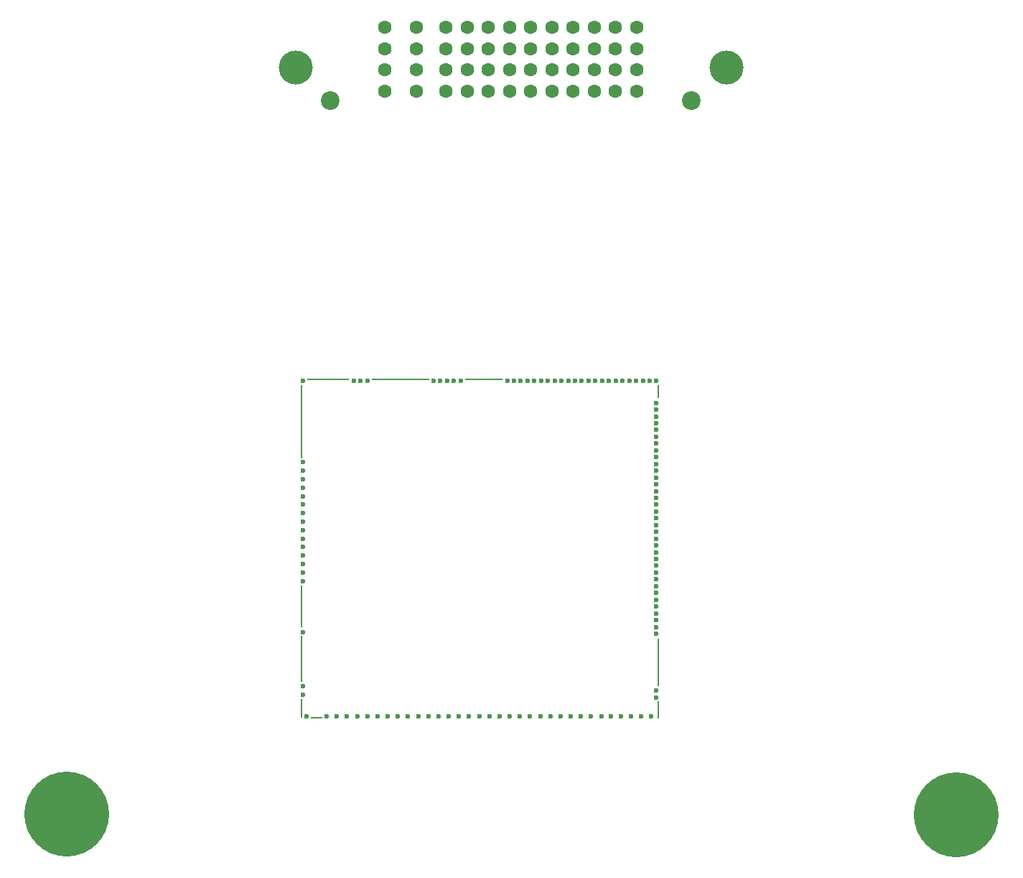
<source format=gtl>
G04 #@! TF.GenerationSoftware,KiCad,Pcbnew,8.0.9-8.0.9-0~ubuntu24.04.1*
G04 #@! TF.CreationDate,2026-01-28T02:09:29+00:00*
G04 #@! TF.ProjectId,greenecu48,67726565-6e65-4637-9534-382e6b696361,rev?*
G04 #@! TF.SameCoordinates,Original*
G04 #@! TF.FileFunction,Copper,L1,Top*
G04 #@! TF.FilePolarity,Positive*
%FSLAX46Y46*%
G04 Gerber Fmt 4.6, Leading zero omitted, Abs format (unit mm)*
G04 Created by KiCad (PCBNEW 8.0.9-8.0.9-0~ubuntu24.04.1) date 2026-01-28 02:09:29*
%MOMM*%
%LPD*%
G01*
G04 APERTURE LIST*
G04 #@! TA.AperFunction,ComponentPad*
%ADD10C,4.000000*%
G04 #@! TD*
G04 #@! TA.AperFunction,ComponentPad*
%ADD11C,2.200000*%
G04 #@! TD*
G04 #@! TA.AperFunction,ComponentPad*
%ADD12C,1.600000*%
G04 #@! TD*
G04 #@! TA.AperFunction,ComponentPad*
%ADD13C,0.600000*%
G04 #@! TD*
G04 #@! TA.AperFunction,SMDPad,CuDef*
%ADD14R,0.200000X2.300000*%
G04 #@! TD*
G04 #@! TA.AperFunction,SMDPad,CuDef*
%ADD15R,0.200000X5.400000*%
G04 #@! TD*
G04 #@! TA.AperFunction,SMDPad,CuDef*
%ADD16R,0.200000X8.600000*%
G04 #@! TD*
G04 #@! TA.AperFunction,SMDPad,CuDef*
%ADD17R,0.200000X5.000000*%
G04 #@! TD*
G04 #@! TA.AperFunction,SMDPad,CuDef*
%ADD18R,1.400000X0.200000*%
G04 #@! TD*
G04 #@! TA.AperFunction,SMDPad,CuDef*
%ADD19R,5.000000X0.200000*%
G04 #@! TD*
G04 #@! TA.AperFunction,SMDPad,CuDef*
%ADD20R,6.800000X0.200000*%
G04 #@! TD*
G04 #@! TA.AperFunction,SMDPad,CuDef*
%ADD21R,4.500000X0.200000*%
G04 #@! TD*
G04 #@! TA.AperFunction,SMDPad,CuDef*
%ADD22R,0.200000X1.600000*%
G04 #@! TD*
G04 #@! TA.AperFunction,SMDPad,CuDef*
%ADD23R,0.200000X5.700000*%
G04 #@! TD*
G04 #@! TA.AperFunction,SMDPad,CuDef*
%ADD24R,0.200000X2.000000*%
G04 #@! TD*
G04 #@! TA.AperFunction,ViaPad*
%ADD25C,10.000000*%
G04 #@! TD*
G04 APERTURE END LIST*
D10*
G04 #@! TO.P,U1,*
G04 #@! TO.N,*
X38587601Y98705401D03*
D11*
X42687601Y94855401D03*
X85287601Y94855401D03*
D10*
X89387601Y98705401D03*
D12*
G04 #@! TO.P,U1,1,1*
G04 #@! TO.N,/12V_MREL*
X49137601Y103455401D03*
G04 #@! TO.P,U1,2,2*
G04 #@! TO.N,/GND*
X49137601Y100955401D03*
G04 #@! TO.P,U1,3,3*
G04 #@! TO.N,/LS2*
X49137601Y98455401D03*
G04 #@! TO.P,U1,4,4*
G04 #@! TO.N,/E-THROTTLE+*
X49137601Y95955401D03*
G04 #@! TO.P,U1,5,5*
G04 #@! TO.N,/12V_KEY*
X52837601Y103455401D03*
G04 #@! TO.P,U1,6,6*
G04 #@! TO.N,/GND*
X52837601Y100955401D03*
G04 #@! TO.P,U1,7,7*
G04 #@! TO.N,/LS1*
X52837601Y98455401D03*
G04 #@! TO.P,U1,8,8*
G04 #@! TO.N,/E-THROTTLE-*
X52837601Y95955401D03*
G04 #@! TO.P,U1,9,9*
G04 #@! TO.N,/Ign1*
X56337601Y103455401D03*
G04 #@! TO.P,U1,10,10*
G04 #@! TO.N,/Ign2*
X56337601Y100955401D03*
G04 #@! TO.P,U1,11,11*
G04 #@! TO.N,/Ign3*
X56337601Y98455401D03*
G04 #@! TO.P,U1,12,12*
G04 #@! TO.N,/Ign4*
X56337601Y95955401D03*
G04 #@! TO.P,U1,13,13*
G04 #@! TO.N,/GP6*
X58837601Y103455401D03*
G04 #@! TO.P,U1,14,14*
G04 #@! TO.N,/GP5*
X58837601Y100955401D03*
G04 #@! TO.P,U1,15,15*
G04 #@! TO.N,/USB_D-*
X58837601Y98455401D03*
G04 #@! TO.P,U1,16,16*
G04 #@! TO.N,/USB_D+*
X58837601Y95955401D03*
G04 #@! TO.P,U1,17,17*
G04 #@! TO.N,/GND*
X61337601Y103455401D03*
G04 #@! TO.P,U1,18,18*
G04 #@! TO.N,/AT1*
X61337601Y100955401D03*
G04 #@! TO.P,U1,19,19*
G04 #@! TO.N,/AV4*
X61337601Y98455401D03*
G04 #@! TO.P,U1,20,20*
G04 #@! TO.N,/AV5*
X61337601Y95955401D03*
G04 #@! TO.P,U1,21,21*
G04 #@! TO.N,/GND*
X63837601Y103455401D03*
G04 #@! TO.P,U1,22,22*
G04 #@! TO.N,/AT4*
X63837601Y100955401D03*
G04 #@! TO.P,U1,23,23*
G04 #@! TO.N,/AT2*
X63837601Y98455401D03*
G04 #@! TO.P,U1,24,24*
G04 #@! TO.N,/AT3*
X63837601Y95955401D03*
G04 #@! TO.P,U1,25,25*
G04 #@! TO.N,/CAM_SENSOR*
X66337601Y103455401D03*
G04 #@! TO.P,U1,26,26*
G04 #@! TO.N,/AV2*
X66337601Y100955401D03*
G04 #@! TO.P,U1,27,27*
G04 #@! TO.N,/AV1*
X66337601Y98455401D03*
G04 #@! TO.P,U1,28,28*
G04 #@! TO.N,/AV10*
X66337601Y95955401D03*
G04 #@! TO.P,U1,29,29*
G04 #@! TO.N,/MAIN_RELAY*
X68837601Y103455401D03*
G04 #@! TO.P,U1,30,30*
G04 #@! TO.N,/AV7*
X68837601Y100955401D03*
G04 #@! TO.P,U1,31,31*
G04 #@! TO.N,/AV3*
X68837601Y98455401D03*
G04 #@! TO.P,U1,32,32*
G04 #@! TO.N,/AV6*
X68837601Y95955401D03*
G04 #@! TO.P,U1,33,33*
G04 #@! TO.N,/GP3*
X71337601Y103455401D03*
G04 #@! TO.P,U1,34,34*
G04 #@! TO.N,/GP2*
X71337601Y100955401D03*
G04 #@! TO.P,U1,35,35*
G04 #@! TO.N,/GP1*
X71337601Y98455401D03*
G04 #@! TO.P,U1,36,36*
G04 #@! TO.N,/AV8*
X71337601Y95955401D03*
G04 #@! TO.P,U1,37,37*
G04 #@! TO.N,/INJECTOR-1*
X73837601Y103455401D03*
G04 #@! TO.P,U1,38,38*
G04 #@! TO.N,/INJECTOR-2*
X73837601Y100955401D03*
G04 #@! TO.P,U1,39,39*
G04 #@! TO.N,/5V2*
X73837601Y98455401D03*
G04 #@! TO.P,U1,40,40*
G04 #@! TO.N,/AV9*
X73837601Y95955401D03*
G04 #@! TO.P,U1,41,41*
G04 #@! TO.N,/INJECTOR-3*
X76337601Y103455401D03*
G04 #@! TO.P,U1,42,42*
G04 #@! TO.N,/INJECTOR-4*
X76337601Y100955401D03*
G04 #@! TO.P,U1,43,43*
G04 #@! TO.N,/GP4*
X76337601Y98455401D03*
G04 #@! TO.P,U1,44,44*
G04 #@! TO.N,/5V1*
X76337601Y95955401D03*
G04 #@! TO.P,U1,45,45*
G04 #@! TO.N,/CRNK+*
X78837601Y103455401D03*
G04 #@! TO.P,U1,46,46*
G04 #@! TO.N,/CRNK-*
X78837601Y100955401D03*
G04 #@! TO.P,U1,47,47*
G04 #@! TO.N,/CANL*
X78837601Y98455401D03*
G04 #@! TO.P,U1,48,48*
G04 #@! TO.N,/CANH*
X78837601Y95955401D03*
G04 #@! TD*
D13*
G04 #@! TO.P,M1,E1,SPI2_SCK/CAN2_TX*
G04 #@! TO.N,unconnected-(M1-SPI2_SCK{slash}CAN2_TX-PadE1)*
X81160000Y59229993D03*
G04 #@! TO.P,M1,E2,SPI2_MISO*
G04 #@! TO.N,unconnected-(M1-SPI2_MISO-PadE2)*
X81160000Y58429992D03*
G04 #@! TO.P,M1,E3,SPI2_MOSI*
G04 #@! TO.N,unconnected-(M1-SPI2_MOSI-PadE3)*
X81160000Y57629994D03*
G04 #@! TO.P,M1,E4,SPI2_CS/CAN2_RX*
G04 #@! TO.N,unconnected-(M1-SPI2_CS{slash}CAN2_RX-PadE4)*
X81160000Y56829993D03*
G04 #@! TO.P,M1,E6,OUT_IO3*
G04 #@! TO.N,unconnected-(M1-OUT_IO3-PadE6)*
X81160000Y56029992D03*
G04 #@! TO.P,M1,E7,OUT_IO5*
G04 #@! TO.N,unconnected-(M1-OUT_IO5-PadE7)*
X81159997Y55229994D03*
G04 #@! TO.P,M1,E8,OUT_IO1*
G04 #@! TO.N,unconnected-(M1-OUT_IO1-PadE8)*
X81159997Y54429993D03*
G04 #@! TO.P,M1,E9,OUT_IO6*
G04 #@! TO.N,unconnected-(M1-OUT_IO6-PadE9)*
X81160000Y53629989D03*
G04 #@! TO.P,M1,E10,OUT_IO10*
G04 #@! TO.N,unconnected-(M1-OUT_IO10-PadE10)*
X81160000Y52829993D03*
G04 #@! TO.P,M1,E11,OUT_IO9*
G04 #@! TO.N,unconnected-(M1-OUT_IO9-PadE11)*
X81160000Y52029993D03*
G04 #@! TO.P,M1,E12,OUT_IO2*
G04 #@! TO.N,unconnected-(M1-OUT_IO2-PadE12)*
X81160000Y51229992D03*
G04 #@! TO.P,M1,E13,OUT_IO12*
G04 #@! TO.N,unconnected-(M1-OUT_IO12-PadE13)*
X81159997Y50429993D03*
G04 #@! TO.P,M1,E14,OUT_PWM5*
G04 #@! TO.N,unconnected-(M1-OUT_PWM5-PadE14)*
X81159997Y49629992D03*
G04 #@! TO.P,M1,E15,OUT_PWM4*
G04 #@! TO.N,unconnected-(M1-OUT_PWM4-PadE15)*
X81159997Y48829991D03*
G04 #@! TO.P,M1,E16,OUT_PWM3*
G04 #@! TO.N,unconnected-(M1-OUT_PWM3-PadE16)*
X81160000Y48029993D03*
G04 #@! TO.P,M1,E17,OUT_PWM2*
G04 #@! TO.N,unconnected-(M1-OUT_PWM2-PadE17)*
X81160000Y47229992D03*
G04 #@! TO.P,M1,E18,OUT_INJ2*
G04 #@! TO.N,unconnected-(M1-OUT_INJ2-PadE18)*
X81160000Y46429994D03*
G04 #@! TO.P,M1,E19,OUT_INJ1*
G04 #@! TO.N,unconnected-(M1-OUT_INJ1-PadE19)*
X81159997Y45629993D03*
G04 #@! TO.P,M1,E20,OUT_IO13*
G04 #@! TO.N,unconnected-(M1-OUT_IO13-PadE20)*
X81159997Y44829992D03*
G04 #@! TO.P,M1,E21,OUT_IO4*
G04 #@! TO.N,unconnected-(M1-OUT_IO4-PadE21)*
X81160000Y44029993D03*
G04 #@! TO.P,M1,E22,OUT_IO8*
G04 #@! TO.N,unconnected-(M1-OUT_IO8-PadE22)*
X81160000Y43229992D03*
G04 #@! TO.P,M1,E23,OUT_IO7*
G04 #@! TO.N,unconnected-(M1-OUT_IO7-PadE23)*
X81160000Y42429991D03*
G04 #@! TO.P,M1,E24,OUT_IO11*
G04 #@! TO.N,unconnected-(M1-OUT_IO11-PadE24)*
X81160000Y41629993D03*
G04 #@! TO.P,M1,E25,OUT_PWM7*
G04 #@! TO.N,unconnected-(M1-OUT_PWM7-PadE25)*
X81160000Y40829992D03*
G04 #@! TO.P,M1,E26,OUT_PWM6*
G04 #@! TO.N,unconnected-(M1-OUT_PWM6-PadE26)*
X81160000Y40029994D03*
G04 #@! TO.P,M1,E27,OUT_PWM1*
G04 #@! TO.N,unconnected-(M1-OUT_PWM1-PadE27)*
X81160000Y39229993D03*
G04 #@! TO.P,M1,E28,OUT_PWM8*
G04 #@! TO.N,unconnected-(M1-OUT_PWM8-PadE28)*
X81160000Y38429992D03*
G04 #@! TO.P,M1,E29,OUT_INJ3*
G04 #@! TO.N,unconnected-(M1-OUT_INJ3-PadE29)*
X81160000Y37629993D03*
G04 #@! TO.P,M1,E30,OUT_INJ4*
G04 #@! TO.N,unconnected-(M1-OUT_INJ4-PadE30)*
X81160000Y36829992D03*
G04 #@! TO.P,M1,E31,OUT_INJ5*
G04 #@! TO.N,unconnected-(M1-OUT_INJ5-PadE31)*
X81159997Y36029994D03*
G04 #@! TO.P,M1,E32,OUT_INJ6*
G04 #@! TO.N,unconnected-(M1-OUT_INJ6-PadE32)*
X81160000Y35229991D03*
G04 #@! TO.P,M1,E33,OUT_INJ7*
G04 #@! TO.N,unconnected-(M1-OUT_INJ7-PadE33)*
X81160000Y34429992D03*
G04 #@! TO.P,M1,E34,OUT_INJ8*
G04 #@! TO.N,unconnected-(M1-OUT_INJ8-PadE34)*
X81160000Y33629994D03*
G04 #@! TO.P,M1,E35,IO6*
G04 #@! TO.N,unconnected-(M1-IO6-PadE35)*
X81160000Y32829993D03*
G04 #@! TO.P,M1,E36,IO7*
G04 #@! TO.N,unconnected-(M1-IO7-PadE36)*
X81160000Y32029992D03*
G04 #@! TO.P,M1,E38,V5A_SWITCHABLE*
G04 #@! TO.N,unconnected-(M1-V5A_SWITCHABLE-PadE38)*
X81159997Y25329998D03*
G04 #@! TO.P,M1,E39,GNDA*
G04 #@! TO.N,unconnected-(M1-GNDA-PadE39)*
X81160000Y24529997D03*
D14*
G04 #@! TO.P,M1,G,GND*
G04 #@! TO.N,unconnected-(M1-GND-PadG)*
X39259995Y23179997D03*
D15*
X39259997Y29030000D03*
D16*
X39259998Y57029997D03*
D17*
X39259998Y35229997D03*
D18*
X41060004Y22129994D03*
D19*
X42459999Y62029995D03*
D20*
X50960002Y62029995D03*
D21*
X60810005Y62029995D03*
D22*
X81360000Y60529996D03*
D23*
X81360000Y28679993D03*
D24*
X81360000Y23030000D03*
D13*
G04 #@! TO.P,M1,N1,USBID*
G04 #@! TO.N,unconnected-(M1-USBID-PadN1)*
X81160000Y61829996D03*
G04 #@! TO.P,M1,N2,USBM*
G04 #@! TO.N,unconnected-(M1-USBM-PadN2)*
X80360002Y61829998D03*
G04 #@! TO.P,M1,N3,USBP*
G04 #@! TO.N,unconnected-(M1-USBP-PadN3)*
X79560001Y61829998D03*
G04 #@! TO.P,M1,N4,VBUS*
G04 #@! TO.N,unconnected-(M1-VBUS-PadN4)*
X78760002Y61829996D03*
G04 #@! TO.P,M1,N5,BOOT0*
G04 #@! TO.N,unconnected-(M1-BOOT0-PadN5)*
X77960001Y61829996D03*
G04 #@! TO.P,M1,N6,SWO*
G04 #@! TO.N,unconnected-(M1-SWO-PadN6)*
X77160000Y61829996D03*
G04 #@! TO.P,M1,N7,SWDIO*
G04 #@! TO.N,unconnected-(M1-SWDIO-PadN7)*
X76360002Y61829996D03*
G04 #@! TO.P,M1,N8,SWCLK*
G04 #@! TO.N,unconnected-(M1-SWCLK-PadN8)*
X75560001Y61829998D03*
G04 #@! TO.P,M1,N9,nReset*
G04 #@! TO.N,unconnected-(M1-nReset-PadN9)*
X74760003Y61829996D03*
G04 #@! TO.P,M1,N10,SPI3_CS*
G04 #@! TO.N,unconnected-(M1-SPI3_CS-PadN10)*
X73960002Y61829996D03*
G04 #@! TO.P,M1,N11,SPI3_SCK*
G04 #@! TO.N,unconnected-(M1-SPI3_SCK-PadN11)*
X73160001Y61829996D03*
G04 #@! TO.P,M1,N12,SPI3_MISO*
G04 #@! TO.N,unconnected-(M1-SPI3_MISO-PadN12)*
X72360000Y61829996D03*
G04 #@! TO.P,M1,N13,SPI3_MOSI*
G04 #@! TO.N,unconnected-(M1-SPI3_MOSI-PadN13)*
X71560001Y61829996D03*
G04 #@! TO.P,M1,N14,I2C_SCL*
G04 #@! TO.N,unconnected-(M1-I2C_SCL-PadN14)*
X70760000Y61829996D03*
G04 #@! TO.P,M1,N15,I2C_SDA*
G04 #@! TO.N,unconnected-(M1-I2C_SDA-PadN15)*
X69959999Y61829998D03*
G04 #@! TO.P,M1,N16,IO1*
G04 #@! TO.N,unconnected-(M1-IO1-PadN16)*
X69159999Y61829998D03*
G04 #@! TO.P,M1,N17,UART2_TX*
G04 #@! TO.N,unconnected-(M1-UART2_TX-PadN17)*
X68360000Y61829996D03*
G04 #@! TO.P,M1,N18,UART2_RX*
G04 #@! TO.N,unconnected-(M1-UART2_RX-PadN18)*
X67559999Y61829996D03*
G04 #@! TO.P,M1,N19,IO2*
G04 #@! TO.N,unconnected-(M1-IO2-PadN19)*
X66760001Y61829996D03*
G04 #@! TO.P,M1,N20,IO4*
G04 #@! TO.N,unconnected-(M1-IO4-PadN20)*
X65960000Y61829996D03*
G04 #@! TO.P,M1,N21,IO3*
G04 #@! TO.N,unconnected-(M1-IO3-PadN21)*
X65160001Y61829998D03*
G04 #@! TO.P,M1,N22,V33*
G04 #@! TO.N,unconnected-(M1-V33-PadN22)*
X64360000Y61829996D03*
G04 #@! TO.P,M1,N23,IO5*
G04 #@! TO.N,unconnected-(M1-IO5-PadN23)*
X63560000Y61829996D03*
G04 #@! TO.P,M1,N24,UART8_RX*
G04 #@! TO.N,unconnected-(M1-UART8_RX-PadN24)*
X58060000Y61829996D03*
G04 #@! TO.P,M1,N25,UART8_TX*
G04 #@! TO.N,unconnected-(M1-UART8_TX-PadN25)*
X57259999Y61829996D03*
G04 #@! TO.P,M1,N26,IN_VIGN*
G04 #@! TO.N,unconnected-(M1-IN_VIGN-PadN26)*
X56460001Y61829996D03*
G04 #@! TO.P,M1,N27,VBAT*
G04 #@! TO.N,unconnected-(M1-VBAT-PadN27)*
X55660003Y61829996D03*
G04 #@! TO.P,M1,N28,V33_SWITCHABLE*
G04 #@! TO.N,unconnected-(M1-V33_SWITCHABLE-PadN28)*
X54860004Y61829996D03*
G04 #@! TO.P,M1,N29,OUT_PWR_EN*
G04 #@! TO.N,unconnected-(M1-OUT_PWR_EN-PadN29)*
X47060000Y61829996D03*
G04 #@! TO.P,M1,N30,V5A_SWITCHABLE*
G04 #@! TO.N,unconnected-(M1-V5A_SWITCHABLE-PadN30)*
X46260001Y61829996D03*
G04 #@! TO.P,M1,N31,VCC*
G04 #@! TO.N,unconnected-(M1-VCC-PadN31)*
X45460003Y61829996D03*
G04 #@! TO.P,M1,N32,V33*
G04 #@! TO.N,unconnected-(M1-V33-PadN32)*
X39459999Y61829996D03*
G04 #@! TO.P,M1,S1,IN_D4*
G04 #@! TO.N,unconnected-(M1-IN_D4-PadS1)*
X80559999Y22329991D03*
G04 #@! TO.P,M1,S2,IN_D3*
G04 #@! TO.N,unconnected-(M1-IN_D3-PadS2)*
X79359998Y22329993D03*
G04 #@! TO.P,M1,S3,IN_D2*
G04 #@! TO.N,unconnected-(M1-IN_D2-PadS3)*
X78160001Y22329993D03*
G04 #@! TO.P,M1,S4,IN_D1*
G04 #@! TO.N,unconnected-(M1-IN_D1-PadS4)*
X76960001Y22329991D03*
G04 #@! TO.P,M1,S5,VREF2*
G04 #@! TO.N,unconnected-(M1-VREF2-PadS5)*
X75760001Y22329993D03*
G04 #@! TO.P,M1,S6,IN_SENS4*
G04 #@! TO.N,unconnected-(M1-IN_SENS4-PadS6)*
X74660013Y22329993D03*
G04 #@! TO.P,M1,S7,IN_SENS3*
G04 #@! TO.N,unconnected-(M1-IN_SENS3-PadS7)*
X73460013Y22329993D03*
G04 #@! TO.P,M1,S8,IN_SENS2*
G04 #@! TO.N,unconnected-(M1-IN_SENS2-PadS8)*
X72260015Y22329991D03*
G04 #@! TO.P,M1,S9,IN_SENS1*
G04 #@! TO.N,unconnected-(M1-IN_SENS1-PadS9)*
X71060015Y22329993D03*
G04 #@! TO.P,M1,S10,IN_AUX4*
G04 #@! TO.N,unconnected-(M1-IN_AUX4-PadS10)*
X69860012Y22329993D03*
G04 #@! TO.P,M1,S11,IN_AUX3*
G04 #@! TO.N,unconnected-(M1-IN_AUX3-PadS11)*
X68660010Y22329991D03*
G04 #@! TO.P,M1,S12,IN_AUX2*
G04 #@! TO.N,unconnected-(M1-IN_AUX2-PadS12)*
X67460012Y22329993D03*
G04 #@! TO.P,M1,S13,IN_AUX1*
G04 #@! TO.N,unconnected-(M1-IN_AUX1-PadS13)*
X66260014Y22329993D03*
G04 #@! TO.P,M1,S14,IN_RES2*
G04 #@! TO.N,unconnected-(M1-IN_RES2-PadS14)*
X65060007Y22329993D03*
G04 #@! TO.P,M1,S15,IN_O2S2*
G04 #@! TO.N,unconnected-(M1-IN_O2S2-PadS15)*
X63860007Y22329993D03*
G04 #@! TO.P,M1,S16,IN_O2S*
G04 #@! TO.N,unconnected-(M1-IN_O2S-PadS16)*
X62660009Y22329993D03*
G04 #@! TO.P,M1,S17,IN_RES1*
G04 #@! TO.N,unconnected-(M1-IN_RES1-PadS17)*
X61460009Y22329993D03*
G04 #@! TO.P,M1,S18,IN_RES3*
G04 #@! TO.N,unconnected-(M1-IN_RES3-PadS18)*
X60260004Y22329993D03*
G04 #@! TO.P,M1,S19,IN_MAP3*
G04 #@! TO.N,unconnected-(M1-IN_MAP3-PadS19)*
X59060003Y22329993D03*
G04 #@! TO.P,M1,S20,IN_MAP2*
G04 #@! TO.N,unconnected-(M1-IN_MAP2-PadS20)*
X57860006Y22329991D03*
G04 #@! TO.P,M1,S21,IN_MAP1*
G04 #@! TO.N,unconnected-(M1-IN_MAP1-PadS21)*
X56660006Y22329993D03*
G04 #@! TO.P,M1,S22,IN_CRANK*
G04 #@! TO.N,unconnected-(M1-IN_CRANK-PadS22)*
X55460003Y22329991D03*
G04 #@! TO.P,M1,S23,IN_KNOCK*
G04 #@! TO.N,unconnected-(M1-IN_KNOCK-PadS23)*
X54260003Y22329993D03*
G04 #@! TO.P,M1,S24,IN_CAM*
G04 #@! TO.N,unconnected-(M1-IN_CAM-PadS24)*
X53060008Y22329993D03*
G04 #@! TO.P,M1,S25,IN_VSS*
G04 #@! TO.N,unconnected-(M1-IN_VSS-PadS25)*
X51860005Y22329991D03*
G04 #@! TO.P,M1,S26,IN_IAT*
G04 #@! TO.N,unconnected-(M1-IN_IAT-PadS26)*
X50660000Y22329993D03*
G04 #@! TO.P,M1,S27,IN_AT1*
G04 #@! TO.N,unconnected-(M1-IN_AT1-PadS27)*
X49460000Y22329991D03*
G04 #@! TO.P,M1,S28,IN_CLT*
G04 #@! TO.N,unconnected-(M1-IN_CLT-PadS28)*
X48260002Y22329993D03*
G04 #@! TO.P,M1,S29,IN_AT2*
G04 #@! TO.N,unconnected-(M1-IN_AT2-PadS29)*
X47060002Y22329993D03*
G04 #@! TO.P,M1,S30,IN_TPS*
G04 #@! TO.N,unconnected-(M1-IN_TPS-PadS30)*
X45859997Y22329993D03*
G04 #@! TO.P,M1,S31,IN_PPS*
G04 #@! TO.N,unconnected-(M1-IN_PPS-PadS31)*
X44659997Y22329993D03*
G04 #@! TO.P,M1,S32,IN_TPS2*
G04 #@! TO.N,unconnected-(M1-IN_TPS2-PadS32)*
X43459999Y22329993D03*
G04 #@! TO.P,M1,S33,IN_PPS2*
G04 #@! TO.N,unconnected-(M1-IN_PPS2-PadS33)*
X42259999Y22329993D03*
G04 #@! TO.P,M1,S35,VREF1*
G04 #@! TO.N,unconnected-(M1-VREF1-PadS35)*
X39859999Y22329993D03*
G04 #@! TO.P,M1,W1,GNDA*
G04 #@! TO.N,unconnected-(M1-GNDA-PadW1)*
X39459997Y24829996D03*
G04 #@! TO.P,M1,W2,V5A_SWITCHABLE*
G04 #@! TO.N,unconnected-(M1-V5A_SWITCHABLE-PadW2)*
X39459997Y25829997D03*
G04 #@! TO.P,M1,W3,V33_REF*
G04 #@! TO.N,unconnected-(M1-V33_REF-PadW3)*
X39459999Y32229999D03*
G04 #@! TO.P,M1,W3a,BOOT1*
G04 #@! TO.N,unconnected-(M1-BOOT1-PadW3a)*
X39459998Y38229997D03*
G04 #@! TO.P,M1,W4,IGN8*
G04 #@! TO.N,unconnected-(M1-IGN8-PadW4)*
X39459999Y39229995D03*
G04 #@! TO.P,M1,W5,IGN7*
G04 #@! TO.N,unconnected-(M1-IGN7-PadW5)*
X39459999Y40229996D03*
G04 #@! TO.P,M1,W6,IGN6*
G04 #@! TO.N,unconnected-(M1-IGN6-PadW6)*
X39459999Y41229994D03*
G04 #@! TO.P,M1,W7,IGN5*
G04 #@! TO.N,unconnected-(M1-IGN5-PadW7)*
X39459999Y42229994D03*
G04 #@! TO.P,M1,W8,IGN4*
G04 #@! TO.N,unconnected-(M1-IGN4-PadW8)*
X39459999Y43229995D03*
G04 #@! TO.P,M1,W9,IGN3*
G04 #@! TO.N,unconnected-(M1-IGN3-PadW9)*
X39459999Y44229993D03*
G04 #@! TO.P,M1,W10,IGN2*
G04 #@! TO.N,unconnected-(M1-IGN2-PadW10)*
X39459999Y45229993D03*
G04 #@! TO.P,M1,W11,IGN1*
G04 #@! TO.N,unconnected-(M1-IGN1-PadW11)*
X39459999Y46229991D03*
G04 #@! TO.P,M1,W11a,LED_RED*
G04 #@! TO.N,unconnected-(M1-LED_RED-PadW11a)*
X39459998Y47229997D03*
G04 #@! TO.P,M1,W11b,LED_GREEN*
G04 #@! TO.N,unconnected-(M1-LED_GREEN-PadW11b)*
X39459998Y48229997D03*
G04 #@! TO.P,M1,W11c,LED_BLUE*
G04 #@! TO.N,unconnected-(M1-LED_BLUE-PadW11c)*
X39459998Y49229997D03*
G04 #@! TO.P,M1,W11d,LED_YELLOW*
G04 #@! TO.N,unconnected-(M1-LED_YELLOW-PadW11d)*
X39459998Y50229997D03*
G04 #@! TO.P,M1,W12,CANH*
G04 #@! TO.N,unconnected-(M1-CANH-PadW12)*
X39459998Y51229997D03*
G04 #@! TO.P,M1,W13,CANL*
G04 #@! TO.N,unconnected-(M1-CANL-PadW13)*
X39459998Y52229997D03*
G04 #@! TD*
D25*
G04 #@! TO.N,*
X116552201Y10703601D03*
X11612201Y10773601D03*
G04 #@! TD*
M02*

</source>
